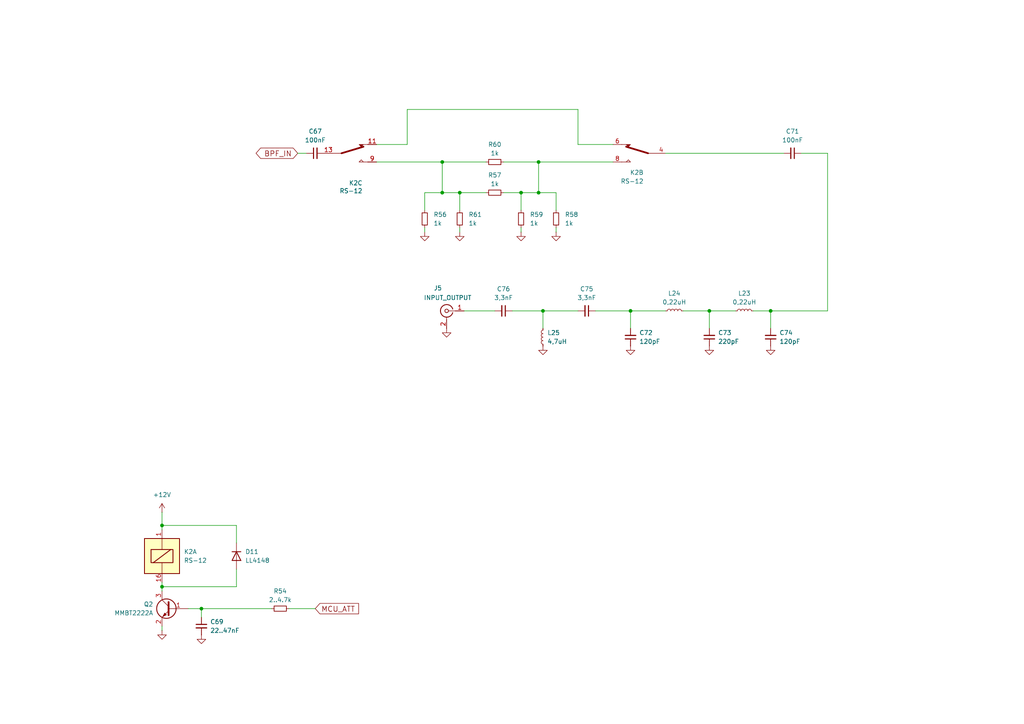
<source format=kicad_sch>
(kicad_sch (version 20231120) (generator "eeschema") (generator_version "8.0")
  (paper "A4")
  (lib_symbols
    (symbol "Connector:Conn_Coaxial" (pin_names (offset 1.016) hide)
      (property "Reference" "J" (at 0.254 3.048 0))
      (property "Value" "Conn_Coaxial" (at 2.921 0 90))
      (symbol "Conn_Coaxial_0_1"
        (arc (start -1.778 -0.508) (mid 0.2311 -1.8066) (end 1.778 0) (stroke (width 0.254)))
        (polyline (pts (xy -2.54 0) (xy -0.508 0)))
        (polyline (pts (xy 0 -2.54) (xy 0 -1.778)))
        (circle (center 0 0) (radius 0.508) (stroke (width 0.2032)))
        (arc (start 1.778 0) (mid 0.2099 1.8101) (end -1.778 0.508) (stroke (width 0.254)))
      )
      (symbol "Conn_Coaxial_1_1"
        (pin passive line (at -5.08 0 0) (length 2.54) (name "In") (number "1"))
        (pin passive line (at 0 -5.08 90) (length 2.54) (name "Ext") (number "2"))
      )
    )
    (symbol "Device:C_Small" (pin_numbers hide) (pin_names (offset 0.254) hide)
      (property "Reference" "C" (at 0.254 1.778 0))
      (property "Value" "C_Small" (at 0.254 -2.032 0))
      (symbol "C_Small_0_1"
        (polyline (pts (xy -1.524 -0.508) (xy 1.524 -0.508)) (stroke (width 0.3302)))
        (polyline (pts (xy -1.524 0.508) (xy 1.524 0.508)) (stroke (width 0.3048)))
      )
      (symbol "C_Small_1_1"
        (pin passive line (at 0 2.54 270) (length 2.032) (name "~") (number "1"))
        (pin passive line (at 0 -2.54 90) (length 2.032) (name "~") (number "2"))
      )
    )
    (symbol "Device:L_Small" (pin_numbers hide) (pin_names (offset 0.254) hide)
      (property "Reference" "L" (at 0.762 1.016 0))
      (property "Value" "L_Small" (at 0.762 -1.016 0))
      (symbol "L_Small_0_1"
        (arc (start 0 -2.032) (mid 0.5058 -1.524) (end 0 -1.016))
        (arc (start 0 -1.016) (mid 0.5058 -0.508) (end 0 0))
        (arc (start 0 0) (mid 0.5058 0.508) (end 0 1.016))
        (arc (start 0 1.016) (mid 0.5058 1.524) (end 0 2.032))
      )
      (symbol "L_Small_1_1"
        (pin passive line (at 0 2.54 270) (length 0.508) (name "~") (number "1"))
        (pin passive line (at 0 -2.54 90) (length 0.508) (name "~") (number "2"))
      )
    )
    (symbol "Device:R_Small" (pin_numbers hide) (pin_names (offset 0.254) hide)
      (property "Reference" "R" (at 0.762 0.508 0))
      (property "Value" "R_Small" (at 0.762 -1.016 0))
      (symbol "R_Small_0_1"
        (rectangle (start -0.762 1.778) (end 0.762 -1.778) (stroke (width 0.2032)))
      )
      (symbol "R_Small_1_1"
        (pin passive line (at 0 2.54 270) (length 0.762) (name "~") (number "1"))
        (pin passive line (at 0 -2.54 90) (length 0.762) (name "~") (number "2"))
      )
    )
    (symbol "Diode:LL4148" (pin_numbers hide) (pin_names hide)
      (property "Reference" "D" (at 0 2.54 0))
      (property "Value" "LL4148" (at 0 -2.54 0))
      (symbol "LL4148_0_1"
        (polyline (pts (xy -1.27 1.27) (xy -1.27 -1.27)) (stroke (width 0.254)))
        (polyline (pts (xy 1.27 0) (xy -1.27 0)))
        (polyline (pts (xy 1.27 1.27) (xy 1.27 -1.27) (xy -1.27 0) (xy 1.27 1.27)) (stroke (width 0.254)))
      )
      (symbol "LL4148_1_1"
        (pin passive line (at -3.81 0 0) (length 2.54) (name "K") (number "1"))
        (pin passive line (at 3.81 0 180) (length 2.54) (name "A") (number "2"))
      )
    )
    (symbol "Relay:G5V-2_Split"
      (property "Reference" "K" (at 6.35 1.27 0))
      (property "Value" "G5V-2_Split" (at 6.35 -1.27 0))
      (symbol "G5V-2_Split_1_1"
        (rectangle (start -5.08 5.08) (end 5.08 -5.08) (stroke (width 0.254)) (fill (type background)))
        (rectangle (start -3.175 1.905) (end 3.175 -1.905) (stroke (width 0.254)))
        (polyline (pts (xy -2.54 -1.905) (xy 2.54 1.905)) (stroke (width 0.254)))
        (polyline (pts (xy 0 -5.08) (xy 0 -1.905)))
        (polyline (pts (xy 0 5.08) (xy 0 1.905)))
        (pin passive line (at 0 7.62 270) (length 2.54) (name "~") (number "1"))
        (pin passive line (at 0 -7.62 90) (length 2.54) (name "~") (number "16"))
      )
      (symbol "G5V-2_Split_2_1"
        (polyline (pts (xy 0 -2.54) (xy -1.905 3.81)) (stroke (width 0.508)))
        (polyline (pts (xy 0 -2.54) (xy 0 -5.08)))
        (polyline (pts (xy -2.54 5.08) (xy -2.54 2.54) (xy -1.905 3.175) (xy -2.54 3.81)) (fill (type outline)))
        (polyline (pts (xy 2.54 5.08) (xy 2.54 2.54) (xy 1.905 3.175) (xy 2.54 3.81)))
        (pin passive line (at 0 -7.62 90) (length 2.54) (name "~") (number "4"))
        (pin passive line (at -2.54 7.62 270) (length 2.54) (name "~") (number "6"))
        (pin passive line (at 2.54 7.62 270) (length 2.54) (name "~") (number "8"))
      )
      (symbol "G5V-2_Split_3_1"
        (polyline (pts (xy 0 -2.54) (xy -1.905 3.81)) (stroke (width 0.508)))
        (polyline (pts (xy 0 -2.54) (xy 0 -5.08)))
        (polyline (pts (xy -2.54 5.08) (xy -2.54 2.54) (xy -1.905 3.175) (xy -2.54 3.81)) (fill (type outline)))
        (polyline (pts (xy 2.54 5.08) (xy 2.54 2.54) (xy 1.905 3.175) (xy 2.54 3.81)))
        (pin passive line (at -2.54 7.62 270) (length 2.54) (name "~") (number "11"))
        (pin passive line (at 0 -7.62 90) (length 2.54) (name "~") (number "13"))
        (pin passive line (at 2.54 7.62 270) (length 2.54) (name "~") (number "9"))
      )
    )
    (symbol "Transistor_BJT:MMBT2222A" (pin_names (offset 0) hide)
      (property "Reference" "Q" (at 5.08 1.905 0))
      (property "Value" "MMBT2222A" (at 5.08 0 0))
      (symbol "MMBT2222A_0_1"
        (polyline (pts (xy 0.635 0.635) (xy 2.54 2.54)))
        (polyline (pts (xy 0.635 -0.635) (xy 2.54 -2.54) (xy 2.54 -2.54)))
        (polyline (pts (xy 0.635 1.905) (xy 0.635 -1.905) (xy 0.635 -1.905)) (stroke (width 0.508)))
        (polyline (pts (xy 1.27 -1.778) (xy 1.778 -1.27) (xy 2.286 -2.286) (xy 1.27 -1.778) (xy 1.27 -1.778)) (fill (type outline)))
        (circle (center 1.27 0) (radius 2.8194) (stroke (width 0.254)))
      )
      (symbol "MMBT2222A_1_1"
        (pin input line (at -5.08 0 0) (length 5.715) (name "B") (number "1"))
        (pin passive line (at 2.54 -5.08 90) (length 2.54) (name "E") (number "2"))
        (pin passive line (at 2.54 5.08 270) (length 2.54) (name "C") (number "3"))
      )
    )
    (symbol "power:+12V" (power) (pin_numbers hide) (pin_names (offset 0) hide)
      (property "Value" "+12V" (at 0 3.556 0))
      (symbol "+12V_0_1"
        (polyline (pts (xy -0.762 1.27) (xy 0 2.54)))
        (polyline (pts (xy 0 0) (xy 0 2.54)))
        (polyline (pts (xy 0 2.54) (xy 0.762 1.27)))
      )
      (symbol "+12V_1_1"
        (pin power_in line (at 0 0 90) (length 0) (name "~") (number "1"))
      )
    )
    (symbol "power:GND" (power) (pin_numbers hide) (pin_names (offset 0) hide)
      (property "Value" "GND" (at 0 -3.81 0))
      (symbol "GND_0_1"
        (polyline (pts (xy 0 0) (xy 0 -1.27) (xy 1.27 -1.27) (xy 0 -2.54) (xy -1.27 -1.27) (xy 0 -1.27)))
      )
      (symbol "GND_1_1"
        (pin power_in line (at 0 0 270) (length 0) (name "~") (number "1"))
      )
    )
  )
  (junction (at 46.99 152.4))
  (junction (at 156.21 46.99))
  (junction (at 128.27 46.99))
  (junction (at 46.99 170.18))
  (junction (at 133.35 55.88))
  (junction (at 205.74 90.17))
  (junction (at 182.88 90.17))
  (junction (at 223.52 90.17))
  (junction (at 157.48 90.17))
  (junction (at 151.13 55.88))
  (junction (at 156.21 55.88))
  (junction (at 58.42 176.53))
  (junction (at 128.27 55.88))
  (wire (pts (xy 133.35 55.88) (xy 128.27 55.88)))
  (wire (pts (xy 167.64 90.17) (xy 157.48 90.17)))
  (wire (pts (xy 134.62 90.17) (xy 143.51 90.17)))
  (wire (pts (xy 123.19 55.88) (xy 123.19 60.96)))
  (wire (pts (xy 109.22 46.99) (xy 128.27 46.99)))
  (wire (pts (xy 205.74 95.25) (xy 205.74 90.17)))
  (wire (pts (xy 140.97 55.88) (xy 133.35 55.88)))
  (wire (pts (xy 182.88 90.17) (xy 182.88 95.25)))
  (wire (pts (xy 128.27 55.88) (xy 123.19 55.88)))
  (wire (pts (xy 240.03 90.17) (xy 223.52 90.17)))
  (wire (pts (xy 157.48 90.17) (xy 157.48 95.25)))
  (wire (pts (xy 177.8 41.91) (xy 167.64 41.91)))
  (wire (pts (xy 86.36 44.45) (xy 88.9 44.45)))
  (wire (pts (xy 198.12 90.17) (xy 205.74 90.17)))
  (wire (pts (xy 118.11 31.75) (xy 167.64 31.75)))
  (wire (pts (xy 223.52 90.17) (xy 218.44 90.17)))
  (wire (pts (xy 46.99 168.91) (xy 46.99 170.18)))
  (wire (pts (xy 46.99 170.18) (xy 68.58 170.18)))
  (wire (pts (xy 193.04 44.45) (xy 227.33 44.45)))
  (wire (pts (xy 151.13 55.88) (xy 156.21 55.88)))
  (wire (pts (xy 46.99 181.61) (xy 46.99 182.88)))
  (wire (pts (xy 167.64 41.91) (xy 167.64 31.75)))
  (wire (pts (xy 223.52 90.17) (xy 223.52 95.25)))
  (wire (pts (xy 148.59 90.17) (xy 157.48 90.17)))
  (wire (pts (xy 193.04 90.17) (xy 182.88 90.17)))
  (wire (pts (xy 240.03 44.45) (xy 240.03 90.17)))
  (wire (pts (xy 58.42 176.53) (xy 58.42 179.07)))
  (wire (pts (xy 151.13 66.04) (xy 151.13 67.31)))
  (wire (pts (xy 151.13 55.88) (xy 151.13 60.96)))
  (wire (pts (xy 172.72 90.17) (xy 182.88 90.17)))
  (wire (pts (xy 133.35 66.04) (xy 133.35 67.31)))
  (wire (pts (xy 161.29 67.31) (xy 161.29 66.04)))
  (wire (pts (xy 46.99 170.18) (xy 46.99 171.45)))
  (wire (pts (xy 123.19 67.31) (xy 123.19 66.04)))
  (wire (pts (xy 156.21 46.99) (xy 177.8 46.99)))
  (wire (pts (xy 46.99 148.59) (xy 46.99 152.4)))
  (wire (pts (xy 68.58 170.18) (xy 68.58 165.1)))
  (wire (pts (xy 83.82 176.53) (xy 91.44 176.53)))
  (wire (pts (xy 109.22 41.91) (xy 118.11 41.91)))
  (wire (pts (xy 128.27 46.99) (xy 140.97 46.99)))
  (wire (pts (xy 156.21 46.99) (xy 156.21 55.88)))
  (wire (pts (xy 133.35 55.88) (xy 133.35 60.96)))
  (wire (pts (xy 46.99 153.67) (xy 46.99 152.4)))
  (wire (pts (xy 146.05 55.88) (xy 151.13 55.88)))
  (wire (pts (xy 161.29 55.88) (xy 161.29 60.96)))
  (wire (pts (xy 232.41 44.45) (xy 240.03 44.45)))
  (wire (pts (xy 68.58 152.4) (xy 68.58 157.48)))
  (wire (pts (xy 54.61 176.53) (xy 58.42 176.53)))
  (wire (pts (xy 118.11 31.75) (xy 118.11 41.91)))
  (wire (pts (xy 58.42 176.53) (xy 78.74 176.53)))
  (wire (pts (xy 46.99 152.4) (xy 68.58 152.4)))
  (wire (pts (xy 205.74 90.17) (xy 213.36 90.17)))
  (wire (pts (xy 156.21 55.88) (xy 161.29 55.88)))
  (wire (pts (xy 128.27 46.99) (xy 128.27 55.88)))
  (wire (pts (xy 146.05 46.99) (xy 156.21 46.99)))
  (global_label "BPF_IN" (shape bidirectional) (at 86.36 44.45 180) (effects (font (size 1.524 1.524))) (property "Intersheetrefs" "${INTERSHEET_REFS}" (effects (hide yes))))
  (global_label "MCU_ATT" (shape input) (at 91.44 176.53 0) (effects (font (size 1.524 1.524))) (property "Intersheetrefs" "${INTERSHEET_REFS}" (effects (hide yes))))
  (symbol (lib_id "Device:R_Small") (at 161.29 63.5 180) (unit 1)
    (property "Reference" "R58" (at 163.83 62.2299 0) (effects (justify right)))
    (property "Value" "1k" (at 163.83 64.7699 0) (effects (justify right)))
    (property "Footprint" "SDR_footprints:R_1206_0603" (effects (hide yes)))
    (property "Description" "Resistor, small symbol" (effects (hide yes)))
  )
  (symbol (lib_id "Device:C_Small") (at 58.42 181.61 0) (unit 1)
    (property "Reference" "C69" (at 60.96 180.3462 0) (effects (justify left)))
    (property "Value" "22..47nF" (at 60.96 182.8862 0) (effects (justify left)))
    (property "Footprint" "SDR_footprints:C_1206_0603" (effects (hide yes)))
    (property "Description" "Unpolarized capacitor, small symbol" (effects (hide yes)))
  )
  (symbol (lib_id "Device:R_Small") (at 123.19 63.5 180) (unit 1)
    (property "Reference" "R56" (at 125.73 62.2299 0) (effects (justify right)))
    (property "Value" "1k" (at 125.73 64.7699 0) (effects (justify right)))
    (property "Footprint" "SDR_footprints:R_1206_0603" (effects (hide yes)))
    (property "Description" "Resistor, small symbol" (effects (hide yes)))
  )
  (symbol (lib_id "Device:R_Small") (at 151.13 63.5 180) (unit 1)
    (property "Reference" "R59" (at 153.67 62.2299 0) (effects (justify right)))
    (property "Value" "1k" (at 153.67 64.7699 0) (effects (justify right)))
    (property "Footprint" "SDR_footprints:R_1206_0603" (effects (hide yes)))
    (property "Description" "Resistor, small symbol" (effects (hide yes)))
  )
  (symbol (lib_id "Device:R_Small") (at 133.35 63.5 180) (unit 1)
    (property "Reference" "R61" (at 135.89 62.2299 0) (effects (justify right)))
    (property "Value" "1k" (at 135.89 64.7699 0) (effects (justify right)))
    (property "Footprint" "SDR_footprints:R_1206_0603" (effects (hide yes)))
    (property "Description" "Resistor, small symbol" (effects (hide yes)))
  )
  (symbol (lib_id "Device:R_Small") (at 81.28 176.53 90) (unit 1)
    (property "Reference" "R54" (at 81.28 171.45 90))
    (property "Value" "2..4.7k" (at 81.28 173.99 90))
    (property "Footprint" "SDR_footprints:R_1206_0603" (effects (hide yes)))
    (property "Description" "Resistor, small symbol" (effects (hide yes)))
  )
  (symbol (lib_id "power:GND") (at 157.48 100.33 0) (unit 1)
    (property "Reference" "#PWR0101" (effects (hide yes)))
    (property "Value" "GND" (effects (hide yes)))
    (property "Description" "Power symbol creates a global label with name \"GND\" , ground" (effects (hide yes)))
  )
  (symbol (lib_id "Device:L_Small") (at 157.48 97.79 180) (unit 1)
    (property "Reference" "L25" (at 158.75 96.5199 0) (effects (justify right)))
    (property "Value" "4,7uH" (at 158.75 99.0599 0) (effects (justify right)))
    (property "Footprint" "SDR_footprints:Resistor_SMD+THTuniversal_0603to2512_RM10_HandSoldering" (effects (hide yes)))
    (property "Description" "Inductor, small symbol" (effects (hide yes)))
  )
  (symbol (lib_id "Relay:G5V-2_Split") (at 185.42 44.45 90) (mirror x) (unit 2)
    (property "Reference" "K2" (at 186.69 50.038 90) (effects (justify left)))
    (property "Value" "RS-12" (at 186.69 52.578 90) (effects (justify left)))
    (property "Footprint" "Relay_THT:Relay_DPDT_Omron_G5V-2" (effects (hide yes)))
    (property "Datasheet" "http://omronfs.omron.com/en_US/ecb/products/pdf/en-g5v_2.pdf" (effects (hide yes)))
    (property "Description" "Relay Miniature Omron DPDT" (effects (hide yes)))
  )
  (symbol (lib_id "Connector:Conn_Coaxial") (at 129.54 90.17 0) (mirror y) (unit 1)
    (property "Reference" "J5" (at 127 83.566 0))
    (property "Value" "INPUT_OUTPUT" (at 129.8574 86.36 0))
    (property "Footprint" "Connector_Coaxial:U.FL_Molex_MCRF_73412-0110_Vertical" (effects (hide yes)))
    (property "Datasheet" " ~" (effects (hide yes)))
    (property "Description" "coaxial connector (BNC, SMA, SMB, SMC, Cinch/RCA, LEMO, ...)" (effects (hide yes)))
  )
  (symbol (lib_id "power:GND") (at 161.29 67.31 0) (unit 1)
    (property "Reference" "#PWR0113" (effects (hide yes)))
    (property "Value" "GND" (effects (hide yes)))
    (property "Description" "Power symbol creates a global label with name \"GND\" , ground" (effects (hide yes)))
  )
  (symbol (lib_id "Device:C_Small") (at 91.44 44.45 90) (unit 1)
    (property "Reference" "C67" (at 91.4463 38.1 90))
    (property "Value" "100nF" (at 91.4463 40.64 90))
    (property "Footprint" "SDR_footprints:C_1206_0603" (effects (hide yes)))
    (property "Description" "Unpolarized capacitor, small symbol" (effects (hide yes)))
  )
  (symbol (lib_id "power:GND") (at 133.35 67.31 0) (unit 1)
    (property "Reference" "#PWR0107" (effects (hide yes)))
    (property "Value" "GND" (effects (hide yes)))
    (property "Description" "Power symbol creates a global label with name \"GND\" , ground" (effects (hide yes)))
  )
  (symbol (lib_id "power:GND") (at 46.99 182.88 0) (unit 1)
    (property "Reference" "#PWR0109" (effects (hide yes)))
    (property "Value" "GND" (effects (hide yes)))
    (property "Description" "Power symbol creates a global label with name \"GND\" , ground" (effects (hide yes)))
  )
  (symbol (lib_id "Transistor_BJT:MMBT2222A") (at 49.53 176.53 0) (mirror y) (unit 1)
    (property "Reference" "Q2" (at 44.45 175.2599 0) (effects (justify left)))
    (property "Value" "MMBT2222A" (at 44.45 177.7999 0) (effects (justify left)))
    (property "Footprint" "Package_TO_SOT_SMD:SOT-23" (effects (hide yes)))
    (property "Datasheet" "https://assets.nexperia.com/documents/data-sheet/MMBT2222A.pdf" (effects (hide yes)))
    (property "Description" "600mA Ic, 40V Vce, NPN Transistor, SOT-23" (effects (hide yes)))
  )
  (symbol (lib_id "Device:R_Small") (at 143.51 55.88 270) (unit 1)
    (property "Reference" "R57" (at 143.51 50.8 90))
    (property "Value" "1k" (at 143.51 53.34 90))
    (property "Footprint" "SDR_footprints:R_1206_0603" (effects (hide yes)))
    (property "Description" "Resistor, small symbol" (effects (hide yes)))
  )
  (symbol (lib_id "Device:C_Small") (at 146.05 90.17 270) (unit 1)
    (property "Reference" "C76" (at 146.0436 83.82 90))
    (property "Value" "3,3nF" (at 146.0436 86.36 90))
    (property "Footprint" "SDR_footprints:C_1206_0603" (effects (hide yes)))
    (property "Description" "Unpolarized capacitor, small symbol" (effects (hide yes)))
  )
  (symbol (lib_id "power:GND") (at 223.52 100.33 0) (unit 1)
    (property "Reference" "#PWR0104" (effects (hide yes)))
    (property "Value" "GND" (effects (hide yes)))
    (property "Description" "Power symbol creates a global label with name \"GND\" , ground" (effects (hide yes)))
  )
  (symbol (lib_id "Device:C_Small") (at 170.18 90.17 270) (unit 1)
    (property "Reference" "C75" (at 170.1736 83.82 90))
    (property "Value" "3,3nF" (at 170.1736 86.36 90))
    (property "Footprint" "SDR_footprints:C_1206_0603" (effects (hide yes)))
    (property "Description" "Unpolarized capacitor, small symbol" (effects (hide yes)))
  )
  (symbol (lib_id "power:GND") (at 151.13 67.31 0) (unit 1)
    (property "Reference" "#PWR0110" (effects (hide yes)))
    (property "Value" "GND" (effects (hide yes)))
    (property "Description" "Power symbol creates a global label with name \"GND\" , ground" (effects (hide yes)))
  )
  (symbol (lib_id "power:GND") (at 129.54 95.25 0) (unit 1)
    (property "Reference" "#PWR0100" (effects (hide yes)))
    (property "Value" "GND" (effects (hide yes)))
    (property "Description" "Power symbol creates a global label with name \"GND\" , ground" (effects (hide yes)))
  )
  (symbol (lib_id "Device:R_Small") (at 143.51 46.99 270) (unit 1)
    (property "Reference" "R60" (at 143.51 41.91 90))
    (property "Value" "1k" (at 143.51 44.45 90))
    (property "Footprint" "SDR_footprints:R_1206_0603" (effects (hide yes)))
    (property "Description" "Resistor, small symbol" (effects (hide yes)))
  )
  (symbol (lib_id "power:+12V") (at 46.99 148.59 0) (unit 1)
    (property "Reference" "#PWR0108" (effects (hide yes)))
    (property "Value" "+12V" (at 46.99 143.51 0))
    (property "Description" "Power symbol creates a global label with name \"+12V\"" (effects (hide yes)))
  )
  (symbol (lib_id "power:GND") (at 182.88 100.33 0) (unit 1)
    (property "Reference" "#PWR0102" (effects (hide yes)))
    (property "Value" "GND" (effects (hide yes)))
    (property "Description" "Power symbol creates a global label with name \"GND\" , ground" (effects (hide yes)))
  )
  (symbol (lib_id "Device:L_Small") (at 215.9 90.17 90) (unit 1)
    (property "Reference" "L23" (at 215.9 85.09 90))
    (property "Value" "0,22uH" (at 215.9 87.63 90))
    (property "Footprint" "SDR_footprints:Resistor_SMD+THTuniversal_0603to2512_RM10_HandSoldering" (effects (hide yes)))
    (property "Description" "Inductor, small symbol" (effects (hide yes)))
  )
  (symbol (lib_id "Device:C_Small") (at 223.52 97.79 180) (unit 1)
    (property "Reference" "C74" (at 226.06 96.5135 0) (effects (justify right)))
    (property "Value" "120pF" (at 226.06 99.0535 0) (effects (justify right)))
    (property "Description" "Unpolarized capacitor, small symbol" (effects (hide yes)))
  )
  (symbol (lib_id "Device:C_Small") (at 205.74 97.79 180) (unit 1)
    (property "Reference" "C73" (at 208.28 96.5135 0) (effects (justify right)))
    (property "Value" "220pF" (at 208.28 99.0535 0) (effects (justify right)))
    (property "Footprint" "SDR_footprints:C_1206_0603" (effects (hide yes)))
    (property "Description" "Unpolarized capacitor, small symbol" (effects (hide yes)))
  )
  (symbol (lib_id "power:GND") (at 123.19 67.31 0) (unit 1)
    (property "Reference" "#PWR0106" (effects (hide yes)))
    (property "Value" "GND" (effects (hide yes)))
    (property "Description" "Power symbol creates a global label with name \"GND\" , ground" (effects (hide yes)))
  )
  (symbol (lib_id "Device:C_Small") (at 229.87 44.45 270) (unit 1)
    (property "Reference" "C71" (at 229.8636 38.1 90))
    (property "Value" "100nF" (at 229.8636 40.64 90))
    (property "Footprint" "SDR_footprints:C_1206_0603" (effects (hide yes)))
    (property "Description" "Unpolarized capacitor, small symbol" (effects (hide yes)))
  )
  (symbol (lib_id "power:GND") (at 58.42 184.15 0) (unit 1)
    (property "Reference" "#PWR0111" (effects (hide yes)))
    (property "Value" "GND" (effects (hide yes)))
    (property "Description" "Power symbol creates a global label with name \"GND\" , ground" (effects (hide yes)))
  )
  (symbol (lib_id "Device:C_Small") (at 182.88 97.79 180) (unit 1)
    (property "Reference" "C72" (at 185.42 96.5135 0) (effects (justify right)))
    (property "Value" "120pF" (at 185.42 99.0535 0) (effects (justify right)))
    (property "Footprint" "Capacitor_SMD:C_0603_1608Metric_Pad1.08x0.95mm_HandSolder" (effects (hide yes)))
    (property "Description" "Unpolarized capacitor, small symbol" (effects (hide yes)))
  )
  (symbol (lib_id "power:GND") (at 205.74 100.33 0) (unit 1)
    (property "Reference" "#PWR0103" (effects (hide yes)))
    (property "Value" "GND" (effects (hide yes)))
    (property "Description" "Power symbol creates a global label with name \"GND\" , ground" (effects (hide yes)))
  )
  (symbol (lib_id "Device:L_Small") (at 195.58 90.17 90) (unit 1)
    (property "Reference" "L24" (at 195.58 85.09 90))
    (property "Value" "0,22uH" (at 195.58 87.63 90))
    (property "Footprint" "SDR_footprints:Resistor_SMD+THTuniversal_0603to2512_RM10_HandSoldering" (effects (hide yes)))
    (property "Description" "Inductor, small symbol" (effects (hide yes)))
  )
  (symbol (lib_id "Relay:G5V-2_Split") (at 101.6 44.45 270) (unit 3)
    (property "Reference" "K2" (at 105.156 53.086 90) (effects (justify right)))
    (property "Value" "RS-12" (at 105.156 55.372 90) (effects (justify right)))
    (property "Footprint" "Relay_THT:Relay_DPDT_Omron_G5V-2" (effects (hide yes)))
    (property "Datasheet" "http://omronfs.omron.com/en_US/ecb/products/pdf/en-g5v_2.pdf" (effects (hide yes)))
    (property "Description" "Relay Miniature Omron DPDT" (effects (hide yes)))
  )
  (symbol (lib_id "Diode:LL4148") (at 68.58 161.29 270) (unit 1)
    (property "Reference" "D11" (at 71.12 160.0199 90) (effects (justify left)))
    (property "Value" "LL4148" (at 71.12 162.5599 90) (effects (justify left)))
    (property "Footprint" "Diode_SMD:D_MiniMELF" (effects (hide yes)))
    (property "Datasheet" "http://www.vishay.com/docs/85557/ll4148.pdf" (effects (hide yes)))
    (property "Description" "100V 0.15A standard switching diode, MiniMELF" (effects (hide yes)))
    (property "Sim.Device" "D" (effects (hide yes)))
    (property "Sim.Pins" "1=K 2=A" (effects (hide yes)))
  )
  (symbol (lib_id "Relay:G5V-2_Split") (at 46.99 161.29 0) (unit 1)
    (property "Reference" "K2" (at 53.34 160.0199 0) (effects (justify left)))
    (property "Value" "RS-12" (at 53.34 162.5599 0) (effects (justify left)))
    (property "Footprint" "Relay_THT:Relay_DPDT_Omron_G5V-2" (effects (hide yes)))
    (property "Datasheet" "http://omronfs.omron.com/en_US/ecb/products/pdf/en-g5v_2.pdf" (effects (hide yes)))
    (property "Description" "Relay Miniature Omron DPDT" (effects (hide yes)))
  )
)
</source>
